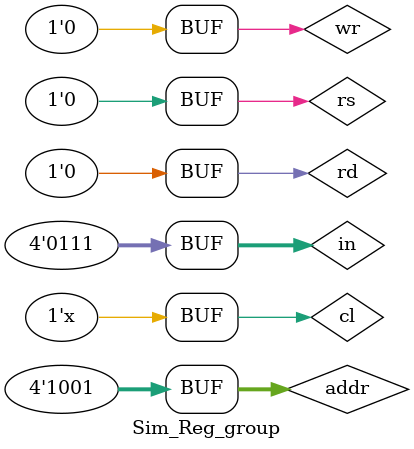
<source format=v>
`timescale 1ns / 1ps


module Sim_Reg_group(

    );
    reg rd,wr,cl,rs;
    reg [3:0] addr;
    reg [3:0] in;
    wire [3:0] out;
    reg_group myregs(cl,rd,wr,rs,addr,in,out);
    initial begin
            rs<=0;
            rd<=0;
            wr<=0;
            addr<=4'b0;
            cl<=0;
            in<=0;
            #100
            
            #40
            wr<=1;            
            addr<=4'b1001;#20
            in<=7;#30
            wr<=0;#40
            
            rd<=1;#10
            addr<=4'b1001;#30
            rd<=0;#10
            
           rs<=1;#20
            rs<=0;#10
            
            rd<=1;#10
            addr<=9;#20
            rd<=0;
    end
    always begin
        #5
        cl<=~cl;
    end
endmodule

</source>
